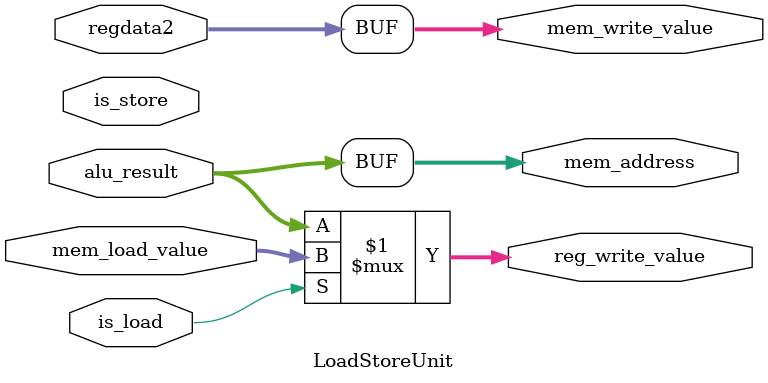
<source format=v>
module LoadStoreUnit (
    input wire [31:0] alu_result,   // ALUの演算結果
    input wire [31:0] regdata2,     // レジスタデータ2
    input wire is_load,             // ロード命令の有無
    input wire is_store,            // ストア命令の有無
    input wire [31:0] mem_load_value,   // メモリからロードした値
    output wire [31:0] reg_write_value,  // レジスタに書き込む値
    output wire [31:0] mem_address,  // 書き込むメモリアドレス
    output wire [31:0] mem_write_value  // メモリに書き込む値
);
    assign reg_write_value=is_load?mem_load_value:alu_result;
    assign mem_address=alu_result;  //要確認
    assign mem_write_value=regdata2;   //要確認
endmodule
</source>
